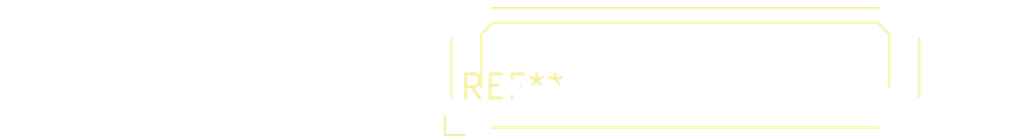
<source format=kicad_pcb>
(kicad_pcb (version 20240108) (generator pcbnew)
  (layers (0 "F.Cu" signal) (31 "B.Cu" signal) (34 "B.Paste" user) (35 "F.Paste" user) (36 "B.SilkS" user "B.Silkscreen") (37 "F.SilkS" user "F.Silkscreen") (38 "B.Mask" user) (39 "F.Mask" user) (44 "Edge.Cuts" user))
  (net 0 "")
  (footprint "Harwin_LTek-Male_2x10_P2.00mm_Vertical_StrainRelief" (layer "F.Cu") (at 0 0)
    (property "Reference" "REF**")
    (property "Value" "Harwin_LTek-Male_2x10_P2.00mm_Vertical_StrainRelief")
    (fp_line (start -3.5 1.5) (end -3.5 2.5) (layer "F.SilkS") (stroke (width 0.12)))
    (fp_line (start -3.5 2.5) (end -2.5 2.5) (layer "F.SilkS") (stroke (width 0.12)))
    (fp_line (start -3.15 -2.5) (end -3.15 0.5) (layer "F.SilkS") (stroke (width 0.12)))
    (fp_line (start -1.6 -2.75) (end -1 -3.35) (layer "F.SilkS") (stroke (width 0.12)))
    (fp_line (start -1.6 0) (end -1.6 -2.75) (layer "F.SilkS") (stroke (width 0.12)))
    (fp_line (start -1.05 -4.1) (end 19.05 -4.1) (layer "F.SilkS") (stroke (width 0.12)))
    (fp_line (start -1.05 2.1) (end 19.05 2.1) (layer "F.SilkS") (stroke (width 0.12)))
    (fp_line (start -1 -3.35) (end 9 -3.35) (layer "F.SilkS") (stroke (width 0.12)))
    (fp_line (start 19 -3.35) (end 9 -3.35) (layer "F.SilkS") (stroke (width 0.12)))
    (fp_line (start 19.6 -2.75) (end 19 -3.35) (layer "F.SilkS") (stroke (width 0.12)))
    (fp_line (start 19.6 0) (end 19.6 -2.75) (layer "F.SilkS") (stroke (width 0.12)))
    (fp_line (start 21.15 -2.5) (end 21.15 0.5) (layer "F.SilkS") (stroke (width 0.12)))
    (pad "" thru_hole circle (at -2.25 -3.375) (size 1.25 1.25) (drill 0.95) (layers *.Cu *.Mask) (remove_unused_layers))
    (pad "" thru_hole circle (at -2.25 1.375) (size 1.25 1.25) (drill 0.95) (layers *.Cu *.Mask) (remove_unused_layers))
    (pad "" thru_hole circle (at 20.25 -3.375) (size 1.25 1.25) (drill 0.95) (layers *.Cu *.Mask) (remove_unused_layers))
    (pad "" thru_hole circle (at 20.25 1.375) (size 1.25 1.25) (drill 0.95) (layers *.Cu *.Mask) (remove_unused_layers))
    (pad "1" thru_hole rect (at 0 0) (size 1.35 1.35) (drill 0.8) (layers *.Cu *.Mask) (remove_unused_layers))
    (pad "2" thru_hole circle (at 0 -2) (size 1.35 1.35) (drill 0.8) (layers *.Cu *.Mask) (remove_unused_layers))
    (pad "3" thru_hole circle (at 2 0) (size 1.35 1.35) (drill 0.8) (layers *.Cu *.Mask) (remove_unused_layers))
    (pad "4" thru_hole circle (at 2 -2) (size 1.35 1.35) (drill 0.8) (layers *.Cu *.Mask) (remove_unused_layers))
    (pad "5" thru_hole circle (at 4 0) (size 1.35 1.35) (drill 0.8) (layers *.Cu *.Mask) (remove_unused_layers))
    (pad "6" thru_hole circle (at 4 -2) (size 1.35 1.35) (drill 0.8) (layers *.Cu *.Mask) (remove_unused_layers))
    (pad "7" thru_hole circle (at 6 0) (size 1.35 1.35) (drill 0.8) (layers *.Cu *.Mask) (remove_unused_layers))
    (pad "8" thru_hole circle (at 6 -2) (size 1.35 1.35) (drill 0.8) (layers *.Cu *.Mask) (remove_unused_layers))
    (pad "9" thru_hole circle (at 8 0) (size 1.35 1.35) (drill 0.8) (layers *.Cu *.Mask) (remove_unused_layers))
    (pad "10" thru_hole circle (at 8 -2) (size 1.35 1.35) (drill 0.8) (layers *.Cu *.Mask) (remove_unused_layers))
    (pad "11" thru_hole circle (at 10 0) (size 1.35 1.35) (drill 0.8) (layers *.Cu *.Mask) (remove_unused_layers))
    (pad "12" thru_hole circle (at 10 -2) (size 1.35 1.35) (drill 0.8) (layers *.Cu *.Mask) (remove_unused_layers))
    (pad "13" thru_hole circle (at 12 0) (size 1.35 1.35) (drill 0.8) (layers *.Cu *.Mask) (remove_unused_layers))
    (pad "14" thru_hole circle (at 12 -2) (size 1.35 1.35) (drill 0.8) (layers *.Cu *.Mask) (remove_unused_layers))
    (pad "15" thru_hole circle (at 14 0) (size 1.35 1.35) (drill 0.8) (layers *.Cu *.Mask) (remove_unused_layers))
    (pad "16" thru_hole circle (at 14 -2) (size 1.35 1.35) (drill 0.8) (layers *.Cu *.Mask) (remove_unused_layers))
    (pad "17" thru_hole circle (at 16 0) (size 1.35 1.35) (drill 0.8) (layers *.Cu *.Mask) (remove_unused_layers))
    (pad "18" thru_hole circle (at 16 -2) (size 1.35 1.35) (drill 0.8) (layers *.Cu *.Mask) (remove_unused_layers))
    (pad "19" thru_hole circle (at 18 0) (size 1.35 1.35) (drill 0.8) (layers *.Cu *.Mask) (remove_unused_layers))
    (pad "20" thru_hole circle (at 18 -2) (size 1.35 1.35) (drill 0.8) (layers *.Cu *.Mask) (remove_unused_layers))
  )
)
</source>
